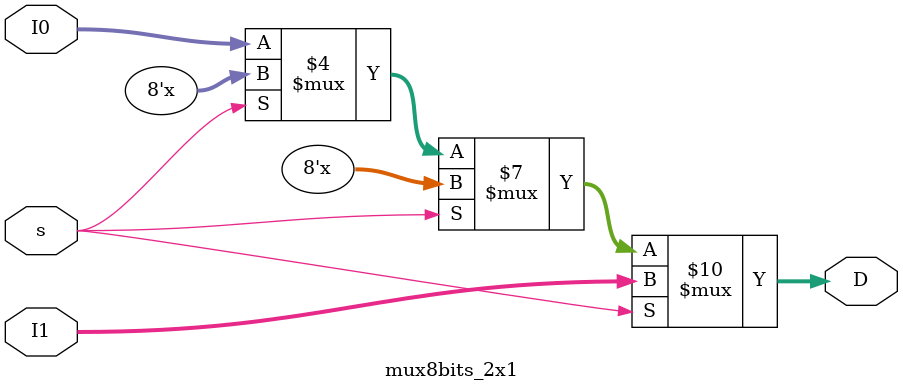
<source format=v>
`timescale 1ns / 1ps


module mux8bits_2x1(s, I1, I0, D);
    input [7:0] I1, I0;
    input s;
    output reg [7:0] D;
    
    //write your code here
    
    always @(s, I1,I0) begin
    
    if (s) begin
    
    D = I1;
    end
    
    else if (~s)
    begin D = I0;
    end
    
    end

endmodule

</source>
